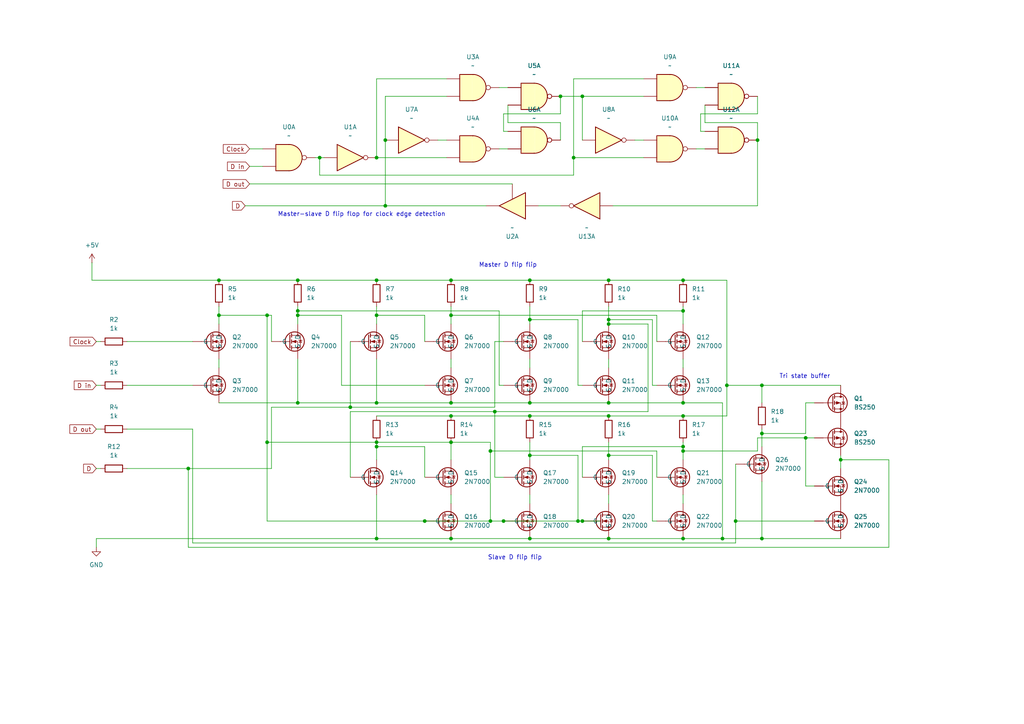
<source format=kicad_sch>
(kicad_sch (version 20250114) (generator "eeschema") (generator_version "9.0")
  (paper "A4")
  (lib_symbols
    (symbol "74HC00_1" (pin_numbers (hide yes)) (pin_names (offset 1.016) (hide yes))
      (property "Reference" "U" (at 0 1.27 0))
      (property "Value" "74HC00" (at 0 -1.27 0))
      (symbol "74HC00_1_1_1"
        (arc (start 0 3.81) (mid 3.7934 0) (end 0 -3.81) (stroke (width 0.254)) (fill (type background)))
        (polyline (pts (xy 0 3.81) (xy -3.81 3.81) (xy -3.81 -3.81) (xy 0 -3.81)) (stroke (width 0.254)) (fill (type background)))
        (pin input line (at -7.62 2.54 0) (length 3.81) (name "~") (number "1"))
        (pin input line (at -7.62 -2.54 0) (length 3.81) (name "~") (number "2"))
        (pin output inverted (at 7.62 0 180) (length 3.81) (name "~") (number "3"))
      )
      (symbol "74HC00_1_1_2"
        (arc (start -3.81 3.81) (mid -2.589 0) (end -3.81 -3.81) (stroke (width 0.254)))
        (polyline (pts (xy -3.81 3.81) (xy -0.635 3.81)) (stroke (width 0.254)) (fill (type background)))
        (polyline (pts (xy -3.81 -3.81) (xy -0.635 -3.81)) (stroke (width 0.254)) (fill (type background)))
        (arc (start 3.81 0) (mid 2.1855 -2.584) (end -0.6096 -3.81) (stroke (width 0.254)) (fill (type background)))
        (arc (start -0.6096 3.81) (mid 2.1928 2.5924) (end 3.81 0) (stroke (width 0.254)) (fill (type background)))
        (polyline (pts (xy -0.635 3.81) (xy -3.81 3.81) (xy -3.81 3.81) (xy -3.556 3.4036) (xy -3.0226 2.2606) (xy -2.6924 1.0414) (xy -2.6162 -0.254) (xy -2.7686 -1.4986) (xy -3.175 -2.7178) (xy -3.81 -3.81) (xy -3.81 -3.81) (xy -0.635 -3.81)) (stroke (width -25.4)) (fill (type background)))
        (pin input inverted (at -7.62 2.54 0) (length 4.318) (name "~") (number "1"))
        (pin input inverted (at -7.62 -2.54 0) (length 4.318) (name "~") (number "2"))
        (pin output line (at 7.62 0 180) (length 3.81) (name "~") (number "3"))
      )
      (symbol "74HC00_1_2_1"
        (arc (start 0 3.81) (mid 3.7934 0) (end 0 -3.81) (stroke (width 0.254)) (fill (type background)))
        (polyline (pts (xy 0 3.81) (xy -3.81 3.81) (xy -3.81 -3.81) (xy 0 -3.81)) (stroke (width 0.254)) (fill (type background)))
        (pin input line (at -7.62 2.54 0) (length 3.81) (name "~") (number "4"))
        (pin input line (at -7.62 -2.54 0) (length 3.81) (name "~") (number "5"))
        (pin output inverted (at 7.62 0 180) (length 3.81) (name "~") (number "6"))
      )
      (symbol "74HC00_1_2_2"
        (arc (start -3.81 3.81) (mid -2.589 0) (end -3.81 -3.81) (stroke (width 0.254)))
        (polyline (pts (xy -3.81 3.81) (xy -0.635 3.81)) (stroke (width 0.254)) (fill (type background)))
        (polyline (pts (xy -3.81 -3.81) (xy -0.635 -3.81)) (stroke (width 0.254)) (fill (type background)))
        (arc (start 3.81 0) (mid 2.1855 -2.584) (end -0.6096 -3.81) (stroke (width 0.254)) (fill (type background)))
        (arc (start -0.6096 3.81) (mid 2.1928 2.5924) (end 3.81 0) (stroke (width 0.254)) (fill (type background)))
        (polyline (pts (xy -0.635 3.81) (xy -3.81 3.81) (xy -3.81 3.81) (xy -3.556 3.4036) (xy -3.0226 2.2606) (xy -2.6924 1.0414) (xy -2.6162 -0.254) (xy -2.7686 -1.4986) (xy -3.175 -2.7178) (xy -3.81 -3.81) (xy -3.81 -3.81) (xy -0.635 -3.81)) (stroke (width -25.4)) (fill (type background)))
        (pin input inverted (at -7.62 2.54 0) (length 4.318) (name "~") (number "4"))
        (pin input inverted (at -7.62 -2.54 0) (length 4.318) (name "~") (number "5"))
        (pin output line (at 7.62 0 180) (length 3.81) (name "~") (number "6"))
      )
      (symbol "74HC00_1_3_1"
        (arc (start 0 3.81) (mid 3.7934 0) (end 0 -3.81) (stroke (width 0.254)) (fill (type background)))
        (polyline (pts (xy 0 3.81) (xy -3.81 3.81) (xy -3.81 -3.81) (xy 0 -3.81)) (stroke (width 0.254)) (fill (type background)))
        (pin input line (at -7.62 2.54 0) (length 3.81) (name "~") (number "9"))
        (pin input line (at -7.62 -2.54 0) (length 3.81) (name "~") (number "10"))
        (pin output inverted (at 7.62 0 180) (length 3.81) (name "~") (number "8"))
      )
      (symbol "74HC00_1_3_2"
        (arc (start -3.81 3.81) (mid -2.589 0) (end -3.81 -3.81) (stroke (width 0.254)))
        (polyline (pts (xy -3.81 3.81) (xy -0.635 3.81)) (stroke (width 0.254)) (fill (type background)))
        (polyline (pts (xy -3.81 -3.81) (xy -0.635 -3.81)) (stroke (width 0.254)) (fill (type background)))
        (arc (start 3.81 0) (mid 2.1855 -2.584) (end -0.6096 -3.81) (stroke (width 0.254)) (fill (type background)))
        (arc (start -0.6096 3.81) (mid 2.1928 2.5924) (end 3.81 0) (stroke (width 0.254)) (fill (type background)))
        (polyline (pts (xy -0.635 3.81) (xy -3.81 3.81) (xy -3.81 3.81) (xy -3.556 3.4036) (xy -3.0226 2.2606) (xy -2.6924 1.0414) (xy -2.6162 -0.254) (xy -2.7686 -1.4986) (xy -3.175 -2.7178) (xy -3.81 -3.81) (xy -3.81 -3.81) (xy -0.635 -3.81)) (stroke (width -25.4)) (fill (type background)))
        (pin input inverted (at -7.62 2.54 0) (length 4.318) (name "~") (number "9"))
        (pin input inverted (at -7.62 -2.54 0) (length 4.318) (name "~") (number "10"))
        (pin output line (at 7.62 0 180) (length 3.81) (name "~") (number "8"))
      )
      (symbol "74HC00_1_4_1"
        (arc (start 0 3.81) (mid 3.7934 0) (end 0 -3.81) (stroke (width 0.254)) (fill (type background)))
        (polyline (pts (xy 0 3.81) (xy -3.81 3.81) (xy -3.81 -3.81) (xy 0 -3.81)) (stroke (width 0.254)) (fill (type background)))
        (pin input line (at -7.62 2.54 0) (length 3.81) (name "~") (number "12"))
        (pin input line (at -7.62 -2.54 0) (length 3.81) (name "~") (number "13"))
        (pin output inverted (at 7.62 0 180) (length 3.81) (name "~") (number "11"))
      )
      (symbol "74HC00_1_4_2"
        (arc (start -3.81 3.81) (mid -2.589 0) (end -3.81 -3.81) (stroke (width 0.254)))
        (polyline (pts (xy -3.81 3.81) (xy -0.635 3.81)) (stroke (width 0.254)) (fill (type background)))
        (polyline (pts (xy -3.81 -3.81) (xy -0.635 -3.81)) (stroke (width 0.254)) (fill (type background)))
        (arc (start 3.81 0) (mid 2.1855 -2.584) (end -0.6096 -3.81) (stroke (width 0.254)) (fill (type background)))
        (arc (start -0.6096 3.81) (mid 2.1928 2.5924) (end 3.81 0) (stroke (width 0.254)) (fill (type background)))
        (polyline (pts (xy -0.635 3.81) (xy -3.81 3.81) (xy -3.81 3.81) (xy -3.556 3.4036) (xy -3.0226 2.2606) (xy -2.6924 1.0414) (xy -2.6162 -0.254) (xy -2.7686 -1.4986) (xy -3.175 -2.7178) (xy -3.81 -3.81) (xy -3.81 -3.81) (xy -0.635 -3.81)) (stroke (width -25.4)) (fill (type background)))
        (pin input inverted (at -7.62 2.54 0) (length 4.318) (name "~") (number "12"))
        (pin input inverted (at -7.62 -2.54 0) (length 4.318) (name "~") (number "13"))
        (pin output line (at 7.62 0 180) (length 3.81) (name "~") (number "11"))
      )
      (symbol "74HC00_1_5_0"
        (pin power_in line (at 0 12.7 270) (length 5.08) (name "VCC") (number "14"))
        (pin power_in line (at 0 -12.7 90) (length 5.08) (name "GND") (number "7"))
      )
      (symbol "74HC00_1_5_1"
        (rectangle (start -5.08 7.62) (end 5.08 -7.62) (stroke (width 0.254)) (fill (type background)))
      )
    )
    (symbol "74xx:74AHC04" (pin_numbers (hide yes))
      (property "Reference" "U" (at 0 1.27 0))
      (property "Value" "74AHC04" (at 0 -1.27 0))
      (symbol "74AHC04_1_0"
        (polyline (pts (xy -3.81 3.81) (xy -3.81 -3.81) (xy 3.81 0) (xy -3.81 3.81)) (stroke (width 0.254)) (fill (type background)))
        (pin input line (at -7.62 0 0) (length 3.81) (name "~") (number "1"))
        (pin output inverted (at 7.62 0 180) (length 3.81) (name "~") (number "2"))
      )
      (symbol "74AHC04_2_0"
        (polyline (pts (xy -3.81 3.81) (xy -3.81 -3.81) (xy 3.81 0) (xy -3.81 3.81)) (stroke (width 0.254)) (fill (type background)))
        (pin input line (at -7.62 0 0) (length 3.81) (name "~") (number "3"))
        (pin output inverted (at 7.62 0 180) (length 3.81) (name "~") (number "4"))
      )
      (symbol "74AHC04_3_0"
        (polyline (pts (xy -3.81 3.81) (xy -3.81 -3.81) (xy 3.81 0) (xy -3.81 3.81)) (stroke (width 0.254)) (fill (type background)))
        (pin input line (at -7.62 0 0) (length 3.81) (name "~") (number "5"))
        (pin output inverted (at 7.62 0 180) (length 3.81) (name "~") (number "6"))
      )
      (symbol "74AHC04_4_0"
        (polyline (pts (xy -3.81 3.81) (xy -3.81 -3.81) (xy 3.81 0) (xy -3.81 3.81)) (stroke (width 0.254)) (fill (type background)))
        (pin input line (at -7.62 0 0) (length 3.81) (name "~") (number "9"))
        (pin output inverted (at 7.62 0 180) (length 3.81) (name "~") (number "8"))
      )
      (symbol "74AHC04_5_0"
        (polyline (pts (xy -3.81 3.81) (xy -3.81 -3.81) (xy 3.81 0) (xy -3.81 3.81)) (stroke (width 0.254)) (fill (type background)))
        (pin input line (at -7.62 0 0) (length 3.81) (name "~") (number "11"))
        (pin output inverted (at 7.62 0 180) (length 3.81) (name "~") (number "10"))
      )
      (symbol "74AHC04_6_0"
        (polyline (pts (xy -3.81 3.81) (xy -3.81 -3.81) (xy 3.81 0) (xy -3.81 3.81)) (stroke (width 0.254)) (fill (type background)))
        (pin input line (at -7.62 0 0) (length 3.81) (name "~") (number "13"))
        (pin output inverted (at 7.62 0 180) (length 3.81) (name "~") (number "12"))
      )
      (symbol "74AHC04_7_0"
        (pin power_in line (at 0 12.7 270) (length 5.08) (name "VCC") (number "14"))
        (pin power_in line (at 0 -12.7 90) (length 5.08) (name "GND") (number "7"))
      )
      (symbol "74AHC04_7_1"
        (rectangle (start -5.08 7.62) (end 5.08 -7.62) (stroke (width 0.254)) (fill (type background)))
      )
    )
    (symbol "74xx:74LS126" (pin_numbers (hide yes)) (pin_names (offset 1.016))
      (property "Reference" "U" (at 0 1.27 0))
      (property "Value" "74LS126" (at 0 -1.27 0))
      (symbol "74LS126_1_0"
        (polyline (pts (xy -3.81 3.81) (xy -3.81 -3.81) (xy 3.81 0) (xy -3.81 3.81)) (stroke (width 0.254)) (fill (type background)))
        (pin input line (at -7.62 0 0) (length 3.81) (name "~") (number "2"))
        (pin input line (at 0 -6.35 90) (length 4.445) (name "~") (number "1"))
        (pin tri_state line (at 7.62 0 180) (length 3.81) (name "~") (number "3"))
      )
      (symbol "74LS126_2_0"
        (polyline (pts (xy -3.81 3.81) (xy -3.81 -3.81) (xy 3.81 0) (xy -3.81 3.81)) (stroke (width 0.254)) (fill (type background)))
        (pin input line (at -7.62 0 0) (length 3.81) (name "~") (number "5"))
        (pin input line (at 0 -6.35 90) (length 4.445) (name "~") (number "4"))
        (pin tri_state line (at 7.62 0 180) (length 3.81) (name "~") (number "6"))
      )
      (symbol "74LS126_3_0"
        (polyline (pts (xy -3.81 3.81) (xy -3.81 -3.81) (xy 3.81 0) (xy -3.81 3.81)) (stroke (width 0.254)) (fill (type background)))
        (pin input line (at -7.62 0 0) (length 3.81) (name "~") (number "9"))
        (pin input line (at 0 -6.35 90) (length 4.445) (name "~") (number "10"))
        (pin tri_state line (at 7.62 0 180) (length 3.81) (name "~") (number "8"))
      )
      (symbol "74LS126_4_0"
        (polyline (pts (xy -3.81 3.81) (xy -3.81 -3.81) (xy 3.81 0) (xy -3.81 3.81)) (stroke (width 0.254)) (fill (type background)))
        (pin input line (at -7.62 0 0) (length 3.81) (name "~") (number "12"))
        (pin input line (at 0 -6.35 90) (length 4.445) (name "~") (number "13"))
        (pin tri_state line (at 7.62 0 180) (length 3.81) (name "~") (number "11"))
      )
      (symbol "74LS126_5_0"
        (pin power_in line (at 0 12.7 270) (length 5.08) (name "VCC") (number "14"))
        (pin power_in line (at 0 -12.7 90) (length 5.08) (name "GND") (number "7"))
      )
      (symbol "74LS126_5_1"
        (rectangle (start -5.08 7.62) (end 5.08 -7.62) (stroke (width 0.254)) (fill (type background)))
      )
    )
    (symbol "Device:R" (pin_numbers (hide yes)) (pin_names (offset 0))
      (property "Reference" "R" (at 2.032 0 90))
      (property "Value" "R" (at 0 0 90))
      (symbol "R_0_1"
        (rectangle (start -1.016 -2.54) (end 1.016 2.54) (stroke (width 0.254)))
      )
      (symbol "R_1_1"
        (pin passive line (at 0 3.81 270) (length 1.27) (name "~") (number "1"))
        (pin passive line (at 0 -3.81 90) (length 1.27) (name "~") (number "2"))
      )
    )
    (symbol "Transistor_FET:2N7000" (pin_numbers (hide yes))
      (property "Reference" "Q" (at 5.08 1.905 0))
      (property "Value" "2N7000" (at 5.08 0 0))
      (symbol "2N7000_0_1"
        (polyline (pts (xy 0.254 1.905) (xy 0.254 -1.905)) (stroke (width 0.254)))
        (polyline (pts (xy 0.254 0) (xy -2.54 0)))
        (polyline (pts (xy 0.762 2.286) (xy 0.762 1.27)) (stroke (width 0.254)))
        (polyline (pts (xy 0.762 0.508) (xy 0.762 -0.508)) (stroke (width 0.254)))
        (polyline (pts (xy 0.762 -1.27) (xy 0.762 -2.286)) (stroke (width 0.254)))
        (polyline (pts (xy 0.762 -1.778) (xy 3.302 -1.778) (xy 3.302 1.778) (xy 0.762 1.778)))
        (polyline (pts (xy 1.016 0) (xy 2.032 0.381) (xy 2.032 -0.381) (xy 1.016 0)) (fill (type outline)))
        (circle (center 1.651 0) (radius 2.794) (stroke (width 0.254)))
        (polyline (pts (xy 2.54 2.54) (xy 2.54 1.778)))
        (circle (center 2.54 1.778) (radius 0.254) (fill (type outline)))
        (circle (center 2.54 -1.778) (radius 0.254) (fill (type outline)))
        (polyline (pts (xy 2.54 -2.54) (xy 2.54 0) (xy 0.762 0)))
        (polyline (pts (xy 2.794 0.508) (xy 2.921 0.381) (xy 3.683 0.381) (xy 3.81 0.254)))
        (polyline (pts (xy 3.302 0.381) (xy 2.921 -0.254) (xy 3.683 -0.254) (xy 3.302 0.381)))
      )
      (symbol "2N7000_1_1"
        (pin input line (at -5.08 0 0) (length 2.54) (name "G") (number "2"))
        (pin passive line (at 2.54 5.08 270) (length 2.54) (name "D") (number "3"))
        (pin passive line (at 2.54 -5.08 90) (length 2.54) (name "S") (number "1"))
      )
    )
    (symbol "Transistor_FET:BS250" (pin_numbers (hide yes)) (pin_names (hide yes))
      (property "Reference" "Q" (at 5.08 1.905 0))
      (property "Value" "BS250" (at 5.08 0 0))
      (symbol "BS250_0_1"
        (polyline (pts (xy 0.254 1.905) (xy 0.254 -1.905)) (stroke (width 0.254)))
        (polyline (pts (xy 0.254 0) (xy -2.54 0)))
        (polyline (pts (xy 0.762 2.286) (xy 0.762 1.27)) (stroke (width 0.254)))
        (polyline (pts (xy 0.762 1.778) (xy 3.302 1.778) (xy 3.302 -1.778) (xy 0.762 -1.778)))
        (polyline (pts (xy 0.762 0.508) (xy 0.762 -0.508)) (stroke (width 0.254)))
        (polyline (pts (xy 0.762 -1.27) (xy 0.762 -2.286)) (stroke (width 0.254)))
        (circle (center 1.651 0) (radius 2.794) (stroke (width 0.254)))
        (polyline (pts (xy 2.286 0) (xy 1.27 0.381) (xy 1.27 -0.381) (xy 2.286 0)) (fill (type outline)))
        (polyline (pts (xy 2.54 2.54) (xy 2.54 1.778)))
        (circle (center 2.54 1.778) (radius 0.254) (fill (type outline)))
        (circle (center 2.54 -1.778) (radius 0.254) (fill (type outline)))
        (polyline (pts (xy 2.54 -2.54) (xy 2.54 0) (xy 0.762 0)))
        (polyline (pts (xy 2.794 -0.508) (xy 2.921 -0.381) (xy 3.683 -0.381) (xy 3.81 -0.254)))
        (polyline (pts (xy 3.302 -0.381) (xy 2.921 0.254) (xy 3.683 0.254) (xy 3.302 -0.381)))
      )
      (symbol "BS250_1_1"
        (pin input line (at -5.08 0 0) (length 2.54) (name "G") (number "2"))
        (pin passive line (at 2.54 5.08 270) (length 2.54) (name "D") (number "1"))
        (pin passive line (at 2.54 -5.08 90) (length 2.54) (name "S") (number "3"))
      )
    )
    (symbol "power:+5V" (power) (pin_numbers (hide yes)) (pin_names (offset 0) (hide yes))
      (property "Value" "+5V" (at 0 3.556 0))
      (symbol "+5V_0_1"
        (polyline (pts (xy -0.762 1.27) (xy 0 2.54)))
        (polyline (pts (xy 0 2.54) (xy 0.762 1.27)))
        (polyline (pts (xy 0 0) (xy 0 2.54)))
      )
      (symbol "+5V_1_1"
        (pin power_in line (at 0 0 90) (length 0) (name "~") (number "1"))
      )
    )
    (symbol "power:GND" (power) (pin_numbers (hide yes)) (pin_names (offset 0) (hide yes))
      (property "Value" "GND" (at 0 -3.81 0))
      (symbol "GND_0_1"
        (polyline (pts (xy 0 0) (xy 0 -1.27) (xy 1.27 -1.27) (xy 0 -2.54) (xy -1.27 -1.27) (xy 0 -1.27)))
      )
      (symbol "GND_1_1"
        (pin power_in line (at 0 0 270) (length 0) (name "~") (number "1"))
      )
    )
  )
  (text "Slave D flip flip" (at 149.352 161.798 0) (effects (font (size 1.27 1.27))))
  (text "Master-slave D flip flop for clock edge detection" (at 104.902 62.23 0) (effects (font (size 1.27 1.27))))
  (text "Tri state buffer" (at 233.426 109.22 0) (effects (font (size 1.27 1.27))))
  (text "Master D flip flip" (at 147.32 76.962 0) (effects (font (size 1.27 1.27))))
  (junction (at 176.53 92.71))
  (junction (at 243.84 133.35))
  (junction (at 111.76 59.69))
  (junction (at 63.5 91.44))
  (junction (at 63.5 81.28))
  (junction (at 54.61 135.89))
  (junction (at 176.53 132.08))
  (junction (at 168.91 27.94))
  (junction (at 176.53 116.84))
  (junction (at 153.67 156.21))
  (junction (at 86.36 90.17))
  (junction (at 130.81 156.21))
  (junction (at 153.67 92.71))
  (junction (at 176.53 156.21))
  (junction (at 109.22 116.84))
  (junction (at 77.47 128.27))
  (junction (at 146.05 151.13))
  (junction (at 92.71 45.72))
  (junction (at 176.53 81.28))
  (junction (at 162.56 27.94))
  (junction (at 109.22 156.21))
  (junction (at 130.81 81.28))
  (junction (at 220.98 111.76))
  (junction (at 167.64 151.13))
  (junction (at 153.67 81.28))
  (junction (at 219.71 40.64))
  (junction (at 210.82 111.76))
  (junction (at 111.76 40.64))
  (junction (at 153.67 120.65))
  (junction (at 109.22 128.27))
  (junction (at 77.47 91.44))
  (junction (at 109.22 129.54))
  (junction (at 153.67 116.84))
  (junction (at 109.22 81.28))
  (junction (at 233.68 127))
  (junction (at 123.19 151.13))
  (junction (at 209.55 156.21))
  (junction (at 198.12 120.65))
  (junction (at 198.12 156.21))
  (junction (at 166.37 45.72))
  (junction (at 198.12 81.28))
  (junction (at 220.98 156.21))
  (junction (at 142.24 130.81))
  (junction (at 86.36 81.28))
  (junction (at 176.53 120.65))
  (junction (at 198.12 130.81))
  (junction (at 198.12 116.84))
  (junction (at 130.81 128.27))
  (junction (at 213.36 151.13))
  (junction (at 101.6 118.11))
  (junction (at 220.98 125.73))
  (junction (at 198.12 129.54))
  (junction (at 198.12 90.17))
  (junction (at 130.81 116.84))
  (junction (at 109.22 45.72))
  (junction (at 143.51 119.38))
  (junction (at 130.81 120.65))
  (junction (at 86.36 91.44))
  (junction (at 86.36 116.84))
  (junction (at 109.22 91.44))
  (junction (at 176.53 93.98))
  (junction (at 168.91 151.13))
  (junction (at 153.67 132.08))
  (junction (at 130.81 91.44))
  (junction (at 142.24 151.13))
  (wire (pts (xy 176.53 156.21) (xy 153.67 156.21)))
  (wire (pts (xy 190.5 91.44) (xy 130.81 91.44)))
  (wire (pts (xy 99.06 91.44) (xy 86.36 91.44)))
  (wire (pts (xy 198.12 104.14) (xy 198.12 106.68)))
  (wire (pts (xy 167.64 151.13) (xy 146.05 151.13)))
  (wire (pts (xy 109.22 22.86) (xy 129.54 22.86)))
  (wire (pts (xy 26.67 76.2) (xy 26.67 81.28)))
  (wire (pts (xy 146.05 38.1) (xy 147.32 38.1)))
  (wire (pts (xy 233.68 127) (xy 233.68 140.97)))
  (wire (pts (xy 236.22 116.84) (xy 233.68 116.84)))
  (wire (pts (xy 168.91 151.13) (xy 167.64 151.13)))
  (wire (pts (xy 177.8 59.69) (xy 219.71 59.69)))
  (wire (pts (xy 219.71 59.69) (xy 219.71 40.64)))
  (wire (pts (xy 184.15 40.64) (xy 186.69 40.64)))
  (wire (pts (xy 86.36 81.28) (xy 63.5 81.28)))
  (wire (pts (xy 109.22 45.72) (xy 129.54 45.72)))
  (wire (pts (xy 162.56 35.56) (xy 147.32 35.56)))
  (wire (pts (xy 130.81 91.44) (xy 130.81 93.98)))
  (wire (pts (xy 123.19 111.76) (xy 99.06 111.76)))
  (wire (pts (xy 111.76 40.64) (xy 111.76 27.94)))
  (wire (pts (xy 198.12 130.81) (xy 198.12 133.35)))
  (wire (pts (xy 213.36 151.13) (xy 213.36 134.62)))
  (wire (pts (xy 130.81 120.65) (xy 153.67 120.65)))
  (wire (pts (xy 190.5 151.13) (xy 189.23 151.13)))
  (wire (pts (xy 153.67 104.14) (xy 153.67 106.68)))
  (wire (pts (xy 27.94 156.21) (xy 109.22 156.21)))
  (wire (pts (xy 236.22 140.97) (xy 233.68 140.97)))
  (wire (pts (xy 189.23 132.08) (xy 176.53 132.08)))
  (wire (pts (xy 144.78 90.17) (xy 86.36 90.17)))
  (wire (pts (xy 168.91 90.17) (xy 198.12 90.17)))
  (wire (pts (xy 189.23 151.13) (xy 189.23 132.08)))
  (wire (pts (xy 219.71 35.56) (xy 204.47 35.56)))
  (wire (pts (xy 162.56 33.02) (xy 146.05 33.02)))
  (wire (pts (xy 109.22 129.54) (xy 109.22 133.35)))
  (wire (pts (xy 189.23 111.76) (xy 189.23 92.71)))
  (wire (pts (xy 190.5 138.43) (xy 190.5 130.81)))
  (wire (pts (xy 71.12 59.69) (xy 111.76 59.69)))
  (wire (pts (xy 142.24 130.81) (xy 190.5 130.81)))
  (wire (pts (xy 109.22 91.44) (xy 109.22 93.98)))
  (wire (pts (xy 111.76 27.94) (xy 129.54 27.94)))
  (wire (pts (xy 166.37 22.86) (xy 186.69 22.86)))
  (wire (pts (xy 168.91 40.64) (xy 168.91 27.94)))
  (wire (pts (xy 109.22 104.14) (xy 109.22 116.84)))
  (wire (pts (xy 86.36 88.9) (xy 86.36 90.17)))
  (wire (pts (xy 144.78 25.4) (xy 147.32 25.4)))
  (wire (pts (xy 257.81 133.35) (xy 257.81 158.75)))
  (wire (pts (xy 162.56 27.94) (xy 162.56 33.02)))
  (wire (pts (xy 86.36 104.14) (xy 86.36 116.84)))
  (wire (pts (xy 109.22 116.84) (xy 130.81 116.84)))
  (wire (pts (xy 27.94 124.46) (xy 29.21 124.46)))
  (wire (pts (xy 63.5 81.28) (xy 26.67 81.28)))
  (wire (pts (xy 55.88 157.48) (xy 213.36 157.48)))
  (wire (pts (xy 63.5 104.14) (xy 63.5 106.68)))
  (wire (pts (xy 190.5 99.06) (xy 190.5 91.44)))
  (wire (pts (xy 143.51 119.38) (xy 187.96 119.38)))
  (wire (pts (xy 130.81 104.14) (xy 130.81 106.68)))
  (wire (pts (xy 86.36 90.17) (xy 86.36 91.44)))
  (wire (pts (xy 176.53 88.9) (xy 176.53 92.71)))
  (wire (pts (xy 167.64 151.13) (xy 167.64 132.08)))
  (wire (pts (xy 78.74 91.44) (xy 78.74 99.06)))
  (wire (pts (xy 219.71 127) (xy 233.68 127)))
  (wire (pts (xy 109.22 88.9) (xy 109.22 91.44)))
  (wire (pts (xy 63.5 91.44) (xy 63.5 93.98)))
  (wire (pts (xy 27.94 111.76) (xy 29.21 111.76)))
  (wire (pts (xy 176.53 93.98) (xy 187.96 93.98)))
  (wire (pts (xy 77.47 128.27) (xy 77.47 91.44)))
  (wire (pts (xy 144.78 43.18) (xy 147.32 43.18)))
  (wire (pts (xy 140.97 59.69) (xy 111.76 59.69)))
  (wire (pts (xy 243.84 156.21) (xy 220.98 156.21)))
  (wire (pts (xy 36.83 111.76) (xy 55.88 111.76)))
  (wire (pts (xy 153.67 116.84) (xy 176.53 116.84)))
  (wire (pts (xy 168.91 129.54) (xy 198.12 129.54)))
  (wire (pts (xy 209.55 116.84) (xy 198.12 116.84)))
  (wire (pts (xy 147.32 35.56) (xy 147.32 30.48)))
  (wire (pts (xy 198.12 156.21) (xy 209.55 156.21)))
  (wire (pts (xy 123.19 91.44) (xy 109.22 91.44)))
  (wire (pts (xy 54.61 135.89) (xy 78.74 135.89)))
  (wire (pts (xy 55.88 124.46) (xy 55.88 157.48)))
  (wire (pts (xy 168.91 138.43) (xy 168.91 129.54)))
  (wire (pts (xy 167.64 111.76) (xy 167.64 92.71)))
  (wire (pts (xy 233.68 127) (xy 236.22 127)))
  (wire (pts (xy 123.19 99.06) (xy 123.19 91.44)))
  (wire (pts (xy 144.78 111.76) (xy 144.78 90.17)))
  (wire (pts (xy 109.22 143.51) (xy 109.22 156.21)))
  (wire (pts (xy 92.71 45.72) (xy 93.98 45.72)))
  (wire (pts (xy 243.84 111.76) (xy 220.98 111.76)))
  (wire (pts (xy 146.05 99.06) (xy 143.51 99.06)))
  (wire (pts (xy 77.47 151.13) (xy 123.19 151.13)))
  (wire (pts (xy 109.22 120.65) (xy 130.81 120.65)))
  (wire (pts (xy 176.53 156.21) (xy 198.12 156.21)))
  (wire (pts (xy 219.71 40.64) (xy 219.71 35.56)))
  (wire (pts (xy 72.39 48.26) (xy 76.2 48.26)))
  (wire (pts (xy 63.5 88.9) (xy 63.5 91.44)))
  (wire (pts (xy 77.47 91.44) (xy 78.74 91.44)))
  (wire (pts (xy 101.6 119.38) (xy 143.51 119.38)))
  (wire (pts (xy 153.67 81.28) (xy 130.81 81.28)))
  (wire (pts (xy 198.12 81.28) (xy 210.82 81.28)))
  (wire (pts (xy 91.44 45.72) (xy 92.71 45.72)))
  (wire (pts (xy 92.71 45.72) (xy 92.71 50.8)))
  (wire (pts (xy 243.84 135.89) (xy 243.84 133.35)))
  (wire (pts (xy 156.21 59.69) (xy 162.56 59.69)))
  (wire (pts (xy 123.19 129.54) (xy 109.22 129.54)))
  (wire (pts (xy 143.51 119.38) (xy 143.51 138.43)))
  (wire (pts (xy 109.22 128.27) (xy 77.47 128.27)))
  (wire (pts (xy 78.74 135.89) (xy 78.74 118.11)))
  (wire (pts (xy 130.81 88.9) (xy 130.81 91.44)))
  (wire (pts (xy 220.98 156.21) (xy 209.55 156.21)))
  (wire (pts (xy 127 40.64) (xy 129.54 40.64)))
  (wire (pts (xy 109.22 81.28) (xy 86.36 81.28)))
  (wire (pts (xy 176.53 81.28) (xy 153.67 81.28)))
  (wire (pts (xy 167.64 92.71) (xy 153.67 92.71)))
  (wire (pts (xy 130.81 128.27) (xy 130.81 133.35)))
  (wire (pts (xy 78.74 118.11) (xy 101.6 118.11)))
  (wire (pts (xy 233.68 125.73) (xy 220.98 125.73)))
  (wire (pts (xy 146.05 33.02) (xy 146.05 38.1)))
  (wire (pts (xy 220.98 124.46) (xy 220.98 125.73)))
  (wire (pts (xy 209.55 116.84) (xy 209.55 156.21)))
  (wire (pts (xy 162.56 27.94) (xy 168.91 27.94)))
  (wire (pts (xy 142.24 151.13) (xy 123.19 151.13)))
  (wire (pts (xy 201.93 25.4) (xy 204.47 25.4)))
  (wire (pts (xy 72.39 43.18) (xy 76.2 43.18)))
  (wire (pts (xy 167.64 132.08) (xy 153.67 132.08)))
  (wire (pts (xy 204.47 35.56) (xy 204.47 30.48)))
  (wire (pts (xy 220.98 139.7) (xy 220.98 156.21)))
  (wire (pts (xy 233.68 116.84) (xy 233.68 125.73)))
  (wire (pts (xy 219.71 130.81) (xy 219.71 127)))
  (wire (pts (xy 123.19 138.43) (xy 123.19 129.54)))
  (wire (pts (xy 168.91 27.94) (xy 186.69 27.94)))
  (wire (pts (xy 63.5 91.44) (xy 77.47 91.44)))
  (wire (pts (xy 143.51 138.43) (xy 146.05 138.43)))
  (wire (pts (xy 92.71 50.8) (xy 166.37 50.8)))
  (wire (pts (xy 153.67 128.27) (xy 153.67 132.08)))
  (wire (pts (xy 168.91 99.06) (xy 168.91 90.17)))
  (wire (pts (xy 153.67 143.51) (xy 153.67 146.05)))
  (wire (pts (xy 111.76 59.69) (xy 111.76 40.64)))
  (wire (pts (xy 142.24 128.27) (xy 130.81 128.27)))
  (wire (pts (xy 257.81 158.75) (xy 54.61 158.75)))
  (wire (pts (xy 109.22 22.86) (xy 109.22 45.72)))
  (wire (pts (xy 153.67 120.65) (xy 176.53 120.65)))
  (wire (pts (xy 146.05 151.13) (xy 142.24 151.13)))
  (wire (pts (xy 86.36 91.44) (xy 86.36 93.98)))
  (wire (pts (xy 189.23 92.71) (xy 176.53 92.71)))
  (wire (pts (xy 236.22 151.13) (xy 213.36 151.13)))
  (wire (pts (xy 166.37 45.72) (xy 186.69 45.72)))
  (wire (pts (xy 187.96 119.38) (xy 187.96 93.98)))
  (wire (pts (xy 176.53 120.65) (xy 198.12 120.65)))
  (wire (pts (xy 220.98 111.76) (xy 220.98 116.84)))
  (wire (pts (xy 101.6 119.38) (xy 101.6 138.43)))
  (wire (pts (xy 99.06 111.76) (xy 99.06 91.44)))
  (wire (pts (xy 130.81 143.51) (xy 130.81 146.05)))
  (wire (pts (xy 77.47 128.27) (xy 77.47 151.13)))
  (wire (pts (xy 198.12 129.54) (xy 198.12 130.81)))
  (wire (pts (xy 176.53 104.14) (xy 176.53 106.68)))
  (wire (pts (xy 142.24 130.81) (xy 142.24 128.27)))
  (wire (pts (xy 166.37 22.86) (xy 166.37 45.72)))
  (wire (pts (xy 101.6 118.11) (xy 143.51 118.11)))
  (wire (pts (xy 153.67 132.08) (xy 153.67 133.35)))
  (wire (pts (xy 176.53 132.08) (xy 176.53 133.35)))
  (wire (pts (xy 162.56 40.64) (xy 162.56 35.56)))
  (wire (pts (xy 203.2 38.1) (xy 204.47 38.1)))
  (wire (pts (xy 54.61 158.75) (xy 54.61 135.89)))
  (wire (pts (xy 243.84 132.08) (xy 243.84 133.35)))
  (wire (pts (xy 109.22 156.21) (xy 130.81 156.21)))
  (wire (pts (xy 109.22 128.27) (xy 109.22 129.54)))
  (wire (pts (xy 201.93 43.18) (xy 204.47 43.18)))
  (wire (pts (xy 219.71 33.02) (xy 203.2 33.02)))
  (wire (pts (xy 153.67 88.9) (xy 153.67 92.71)))
  (wire (pts (xy 130.81 128.27) (xy 109.22 128.27)))
  (wire (pts (xy 63.5 116.84) (xy 86.36 116.84)))
  (wire (pts (xy 86.36 116.84) (xy 109.22 116.84)))
  (wire (pts (xy 176.53 92.71) (xy 176.53 93.98)))
  (wire (pts (xy 198.12 88.9) (xy 198.12 90.17)))
  (wire (pts (xy 243.84 133.35) (xy 257.81 133.35)))
  (wire (pts (xy 101.6 118.11) (xy 101.6 99.06)))
  (wire (pts (xy 27.94 99.06) (xy 29.21 99.06)))
  (wire (pts (xy 203.2 33.02) (xy 203.2 38.1)))
  (wire (pts (xy 130.81 81.28) (xy 109.22 81.28)))
  (wire (pts (xy 36.83 99.06) (xy 55.88 99.06)))
  (wire (pts (xy 210.82 111.76) (xy 220.98 111.76)))
  (wire (pts (xy 190.5 111.76) (xy 189.23 111.76)))
  (wire (pts (xy 153.67 92.71) (xy 153.67 93.98)))
  (wire (pts (xy 27.94 158.75) (xy 27.94 156.21)))
  (wire (pts (xy 176.53 116.84) (xy 198.12 116.84)))
  (wire (pts (xy 176.53 143.51) (xy 176.53 146.05)))
  (wire (pts (xy 168.91 111.76) (xy 167.64 111.76)))
  (wire (pts (xy 210.82 111.76) (xy 210.82 81.28)))
  (wire (pts (xy 72.39 53.34) (xy 148.59 53.34)))
  (wire (pts (xy 130.81 116.84) (xy 153.67 116.84)))
  (wire (pts (xy 142.24 151.13) (xy 142.24 130.81)))
  (wire (pts (xy 36.83 135.89) (xy 54.61 135.89)))
  (wire (pts (xy 198.12 120.65) (xy 210.82 120.65)))
  (wire (pts (xy 198.12 90.17) (xy 198.12 93.98)))
  (wire (pts (xy 36.83 124.46) (xy 55.88 124.46)))
  (wire (pts (xy 153.67 156.21) (xy 130.81 156.21)))
  (wire (pts (xy 210.82 111.76) (xy 210.82 120.65)))
  (wire (pts (xy 173.99 151.13) (xy 168.91 151.13)))
  (wire (pts (xy 198.12 143.51) (xy 198.12 146.05)))
  (wire (pts (xy 176.53 81.28) (xy 198.12 81.28)))
  (wire (pts (xy 146.05 111.76) (xy 144.78 111.76)))
  (wire (pts (xy 220.98 125.73) (xy 220.98 129.54)))
  (wire (pts (xy 27.94 135.89) (xy 29.21 135.89)))
  (wire (pts (xy 198.12 130.81) (xy 219.71 130.81)))
  (wire (pts (xy 219.71 27.94) (xy 219.71 33.02)))
  (wire (pts (xy 143.51 99.06) (xy 143.51 118.11)))
  (wire (pts (xy 166.37 50.8) (xy 166.37 45.72)))
  (wire (pts (xy 176.53 128.27) (xy 176.53 132.08)))
  (wire (pts (xy 198.12 128.27) (xy 198.12 129.54)))
  (wire (pts (xy 213.36 157.48) (xy 213.36 151.13)))
  (global_label "D in" (shape input) (at 72.39 48.26 180) (property "Intersheetrefs" "${INTERSHEET_REFS}" (effects (hide yes))))
  (global_label "D out" (shape input) (at 27.94 124.46 180) (property "Intersheetrefs" "${INTERSHEET_REFS}" (effects (hide yes))))
  (global_label "D" (shape input) (at 71.12 59.69 180) (property "Intersheetrefs" "${INTERSHEET_REFS}" (effects (hide yes))))
  (global_label "D out" (shape input) (at 72.39 53.34 180) (property "Intersheetrefs" "${INTERSHEET_REFS}" (effects (hide yes))))
  (global_label "D" (shape input) (at 27.94 135.89 180) (property "Intersheetrefs" "${INTERSHEET_REFS}" (effects (hide yes))))
  (global_label "Clock" (shape input) (at 72.39 43.18 180) (property "Intersheetrefs" "${INTERSHEET_REFS}" (effects (hide yes))))
  (global_label "D in" (shape input) (at 27.94 111.76 180) (property "Intersheetrefs" "${INTERSHEET_REFS}" (effects (hide yes))))
  (global_label "Clock" (shape input) (at 27.94 99.06 180) (property "Intersheetrefs" "${INTERSHEET_REFS}" (effects (hide yes))))
  (symbol (lib_id "Device:R") (at 33.02 135.89 90) (unit 1)
    (property "Reference" "R12" (at 33.02 129.54 90))
    (property "Value" "1k" (at 33.02 132.08 90))
    (property "Description" "Resistor" (effects (hide yes)))
  )
  (symbol (lib_id "Device:R") (at 153.67 124.46 0) (unit 1)
    (property "Reference" "R15" (at 156.21 123.1899 0) (effects (justify left)))
    (property "Value" "1k" (at 156.21 125.7299 0) (effects (justify left)))
    (property "Description" "Resistor" (effects (hide yes)))
  )
  (symbol (lib_id "Transistor_FET:2N7000") (at 173.99 99.06 0) (unit 1)
    (property "Reference" "Q10" (at 180.34 97.7899 0) (effects (justify left)))
    (property "Value" "2N7000" (at 180.34 100.3299 0) (effects (justify left)))
    (property "Footprint" "Package_TO_SOT_THT:TO-92_Inline" (effects (hide yes)))
    (property "Datasheet" "https://www.vishay.com/docs/70226/70226.pdf" (effects (hide yes)))
    (property "Description" "0.2A Id, 200V Vds, N-Channel MOSFET, 2.6V Logic Level, TO-92" (effects (hide yes)))
  )
  (symbol (lib_id "Transistor_FET:2N7000") (at 195.58 151.13 0) (unit 1)
    (property "Reference" "Q22" (at 201.93 149.8599 0) (effects (justify left)))
    (property "Value" "2N7000" (at 201.93 152.3999 0) (effects (justify left)))
    (property "Footprint" "Package_TO_SOT_THT:TO-92_Inline" (effects (hide yes)))
    (property "Datasheet" "https://www.vishay.com/docs/70226/70226.pdf" (effects (hide yes)))
    (property "Description" "0.2A Id, 200V Vds, N-Channel MOSFET, 2.6V Logic Level, TO-92" (effects (hide yes)))
  )
  (symbol (lib_id "Transistor_FET:2N7000") (at 106.68 99.06 0) (unit 1)
    (property "Reference" "Q5" (at 113.03 97.7899 0) (effects (justify left)))
    (property "Value" "2N7000" (at 113.03 100.3299 0) (effects (justify left)))
    (property "Footprint" "Package_TO_SOT_THT:TO-92_Inline" (effects (hide yes)))
    (property "Datasheet" "https://www.vishay.com/docs/70226/70226.pdf" (effects (hide yes)))
    (property "Description" "0.2A Id, 200V Vds, N-Channel MOSFET, 2.6V Logic Level, TO-92" (effects (hide yes)))
  )
  (symbol (lib_name "74HC00_1") (lib_id "74xx:74HC00") (at 137.16 43.18 0) (unit 1)
    (property "Reference" "U4" (at 137.1517 34.29 0))
    (property "Value" "~" (at 137.1517 36.83 0))
    (property "Datasheet" "http://www.ti.com/lit/gpn/sn74hc00" (effects (hide yes)))
    (property "Description" "quad 2-input NAND gate" (effects (hide yes)))
  )
  (symbol (lib_id "Device:R") (at 109.22 85.09 0) (unit 1)
    (property "Reference" "R7" (at 111.76 83.8199 0) (effects (justify left)))
    (property "Value" "1k" (at 111.76 86.3599 0) (effects (justify left)))
    (property "Description" "Resistor" (effects (hide yes)))
  )
  (symbol (lib_id "Transistor_FET:2N7000") (at 151.13 111.76 0) (unit 1)
    (property "Reference" "Q9" (at 157.48 110.4899 0) (effects (justify left)))
    (property "Value" "2N7000" (at 157.48 113.0299 0) (effects (justify left)))
    (property "Footprint" "Package_TO_SOT_THT:TO-92_Inline" (effects (hide yes)))
    (property "Datasheet" "https://www.vishay.com/docs/70226/70226.pdf" (effects (hide yes)))
    (property "Description" "0.2A Id, 200V Vds, N-Channel MOSFET, 2.6V Logic Level, TO-92" (effects (hide yes)))
  )
  (symbol (lib_id "Transistor_FET:2N7000") (at 106.68 138.43 0) (unit 1)
    (property "Reference" "Q14" (at 113.03 137.1599 0) (effects (justify left)))
    (property "Value" "2N7000" (at 113.03 139.6999 0) (effects (justify left)))
    (property "Footprint" "Package_TO_SOT_THT:TO-92_Inline" (effects (hide yes)))
    (property "Datasheet" "https://www.vishay.com/docs/70226/70226.pdf" (effects (hide yes)))
    (property "Description" "0.2A Id, 200V Vds, N-Channel MOSFET, 2.6V Logic Level, TO-92" (effects (hide yes)))
  )
  (symbol (lib_id "Transistor_FET:2N7000") (at 173.99 151.13 0) (unit 1)
    (property "Reference" "Q20" (at 180.34 149.8599 0) (effects (justify left)))
    (property "Value" "2N7000" (at 180.34 152.3999 0) (effects (justify left)))
    (property "Footprint" "Package_TO_SOT_THT:TO-92_Inline" (effects (hide yes)))
    (property "Datasheet" "https://www.vishay.com/docs/70226/70226.pdf" (effects (hide yes)))
    (property "Description" "0.2A Id, 200V Vds, N-Channel MOSFET, 2.6V Logic Level, TO-92" (effects (hide yes)))
  )
  (symbol (lib_id "Transistor_FET:BS250") (at 241.3 116.84 0) (unit 1)
    (property "Reference" "Q1" (at 247.65 115.5699 0) (effects (justify left)))
    (property "Value" "BS250" (at 247.65 118.1099 0) (effects (justify left)))
    (property "Footprint" "Package_TO_SOT_THT:TO-92_Inline" (effects (hide yes)))
    (property "Datasheet" "http://www.vishay.com/docs/70209/70209.pdf" (effects (hide yes)))
    (property "Description" "-0.18A Id, -45V Vds, P-Channel MOSFET, TO-92" (effects (hide yes)))
  )
  (symbol (lib_id "Transistor_FET:2N7000") (at 60.96 111.76 0) (unit 1)
    (property "Reference" "Q3" (at 67.31 110.4899 0) (effects (justify left)))
    (property "Value" "2N7000" (at 67.31 113.0299 0) (effects (justify left)))
    (property "Footprint" "Package_TO_SOT_THT:TO-92_Inline" (effects (hide yes)))
    (property "Datasheet" "https://www.vishay.com/docs/70226/70226.pdf" (effects (hide yes)))
    (property "Description" "0.2A Id, 200V Vds, N-Channel MOSFET, 2.6V Logic Level, TO-92" (effects (hide yes)))
  )
  (symbol (lib_id "Transistor_FET:2N7000") (at 128.27 138.43 0) (unit 1)
    (property "Reference" "Q15" (at 134.62 137.1599 0) (effects (justify left)))
    (property "Value" "2N7000" (at 134.62 139.6999 0) (effects (justify left)))
    (property "Footprint" "Package_TO_SOT_THT:TO-92_Inline" (effects (hide yes)))
    (property "Datasheet" "https://www.vishay.com/docs/70226/70226.pdf" (effects (hide yes)))
    (property "Description" "0.2A Id, 200V Vds, N-Channel MOSFET, 2.6V Logic Level, TO-92" (effects (hide yes)))
  )
  (symbol (lib_id "Device:R") (at 198.12 124.46 0) (unit 1)
    (property "Reference" "R17" (at 200.66 123.1899 0) (effects (justify left)))
    (property "Value" "1k" (at 200.66 125.7299 0) (effects (justify left)))
    (property "Description" "Resistor" (effects (hide yes)))
  )
  (symbol (lib_id "Transistor_FET:2N7000") (at 151.13 151.13 0) (unit 1)
    (property "Reference" "Q18" (at 157.48 149.8599 0) (effects (justify left)))
    (property "Value" "2N7000" (at 157.48 152.3999 0) (effects (justify left)))
    (property "Footprint" "Package_TO_SOT_THT:TO-92_Inline" (effects (hide yes)))
    (property "Datasheet" "https://www.vishay.com/docs/70226/70226.pdf" (effects (hide yes)))
    (property "Description" "0.2A Id, 200V Vds, N-Channel MOSFET, 2.6V Logic Level, TO-92" (effects (hide yes)))
  )
  (symbol (lib_id "Transistor_FET:2N7000") (at 173.99 138.43 0) (unit 1)
    (property "Reference" "Q19" (at 180.34 137.1599 0) (effects (justify left)))
    (property "Value" "2N7000" (at 180.34 139.6999 0) (effects (justify left)))
    (property "Footprint" "Package_TO_SOT_THT:TO-92_Inline" (effects (hide yes)))
    (property "Datasheet" "https://www.vishay.com/docs/70226/70226.pdf" (effects (hide yes)))
    (property "Description" "0.2A Id, 200V Vds, N-Channel MOSFET, 2.6V Logic Level, TO-92" (effects (hide yes)))
  )
  (symbol (lib_id "Transistor_FET:2N7000") (at 128.27 111.76 0) (unit 1)
    (property "Reference" "Q7" (at 134.62 110.4899 0) (effects (justify left)))
    (property "Value" "2N7000" (at 134.62 113.0299 0) (effects (justify left)))
    (property "Footprint" "Package_TO_SOT_THT:TO-92_Inline" (effects (hide yes)))
    (property "Datasheet" "https://www.vishay.com/docs/70226/70226.pdf" (effects (hide yes)))
    (property "Description" "0.2A Id, 200V Vds, N-Channel MOSFET, 2.6V Logic Level, TO-92" (effects (hide yes)))
  )
  (symbol (lib_name "74HC00_1") (lib_id "74xx:74HC00") (at 83.82 45.72 0) (unit 1)
    (property "Reference" "U0" (at 83.8117 36.83 0))
    (property "Value" "~" (at 83.8117 39.37 0))
    (property "Datasheet" "http://www.ti.com/lit/gpn/sn74hc00" (effects (hide yes)))
    (property "Description" "quad 2-input NAND gate" (effects (hide yes)))
  )
  (symbol (lib_id "Device:R") (at 130.81 124.46 0) (unit 1)
    (property "Reference" "R14" (at 133.35 123.1899 0) (effects (justify left)))
    (property "Value" "1k" (at 133.35 125.7299 0) (effects (justify left)))
    (property "Description" "Resistor" (effects (hide yes)))
  )
  (symbol (lib_id "74xx:74AHC04") (at 176.53 40.64 0) (unit 1)
    (property "Reference" "U8" (at 176.53 31.75 0))
    (property "Value" "~" (at 176.53 34.29 0))
    (property "Datasheet" "https://assets.nexperia.com/documents/data-sheet/74AHC_AHCT04.pdf" (effects (hide yes)))
    (property "Description" "Hex Inverter" (effects (hide yes)))
  )
  (symbol (lib_name "74HC00_1") (lib_id "74xx:74HC00") (at 154.94 40.64 0) (unit 1)
    (property "Reference" "U6" (at 154.9317 31.75 0))
    (property "Value" "~" (at 154.9317 34.29 0))
    (property "Datasheet" "http://www.ti.com/lit/gpn/sn74hc00" (effects (hide yes)))
    (property "Description" "quad 2-input NAND gate" (effects (hide yes)))
  )
  (symbol (lib_id "Device:R") (at 33.02 124.46 90) (unit 1)
    (property "Reference" "R4" (at 33.02 118.11 90))
    (property "Value" "1k" (at 33.02 120.65 90))
    (property "Description" "Resistor" (effects (hide yes)))
  )
  (symbol (lib_id "Transistor_FET:2N7000") (at 151.13 99.06 0) (unit 1)
    (property "Reference" "Q8" (at 157.48 97.7899 0) (effects (justify left)))
    (property "Value" "2N7000" (at 157.48 100.3299 0) (effects (justify left)))
    (property "Footprint" "Package_TO_SOT_THT:TO-92_Inline" (effects (hide yes)))
    (property "Datasheet" "https://www.vishay.com/docs/70226/70226.pdf" (effects (hide yes)))
    (property "Description" "0.2A Id, 200V Vds, N-Channel MOSFET, 2.6V Logic Level, TO-92" (effects (hide yes)))
  )
  (symbol (lib_id "Transistor_FET:2N7000") (at 173.99 111.76 0) (unit 1)
    (property "Reference" "Q11" (at 180.34 110.4899 0) (effects (justify left)))
    (property "Value" "2N7000" (at 180.34 113.0299 0) (effects (justify left)))
    (property "Footprint" "Package_TO_SOT_THT:TO-92_Inline" (effects (hide yes)))
    (property "Datasheet" "https://www.vishay.com/docs/70226/70226.pdf" (effects (hide yes)))
    (property "Description" "0.2A Id, 200V Vds, N-Channel MOSFET, 2.6V Logic Level, TO-92" (effects (hide yes)))
  )
  (symbol (lib_id "Transistor_FET:2N7000") (at 151.13 138.43 0) (unit 1)
    (property "Reference" "Q17" (at 157.48 137.1599 0) (effects (justify left)))
    (property "Value" "2N7000" (at 157.48 139.6999 0) (effects (justify left)))
    (property "Footprint" "Package_TO_SOT_THT:TO-92_Inline" (effects (hide yes)))
    (property "Datasheet" "https://www.vishay.com/docs/70226/70226.pdf" (effects (hide yes)))
    (property "Description" "0.2A Id, 200V Vds, N-Channel MOSFET, 2.6V Logic Level, TO-92" (effects (hide yes)))
  )
  (symbol (lib_id "Device:R") (at 198.12 85.09 0) (unit 1)
    (property "Reference" "R11" (at 200.66 83.8199 0) (effects (justify left)))
    (property "Value" "1k" (at 200.66 86.3599 0) (effects (justify left)))
    (property "Description" "Resistor" (effects (hide yes)))
  )
  (symbol (lib_id "Transistor_FET:2N7000") (at 195.58 111.76 0) (unit 1)
    (property "Reference" "Q13" (at 201.93 110.4899 0) (effects (justify left)))
    (property "Value" "2N7000" (at 201.93 113.0299 0) (effects (justify left)))
    (property "Footprint" "Package_TO_SOT_THT:TO-92_Inline" (effects (hide yes)))
    (property "Datasheet" "https://www.vishay.com/docs/70226/70226.pdf" (effects (hide yes)))
    (property "Description" "0.2A Id, 200V Vds, N-Channel MOSFET, 2.6V Logic Level, TO-92" (effects (hide yes)))
  )
  (symbol (lib_id "Device:R") (at 220.98 120.65 0) (unit 1)
    (property "Reference" "R18" (at 223.52 119.3799 0) (effects (justify left)))
    (property "Value" "1k" (at 223.52 121.9199 0) (effects (justify left)))
    (property "Description" "Resistor" (effects (hide yes)))
  )
  (symbol (lib_name "74HC00_1") (lib_id "74xx:74HC00") (at 154.94 27.94 0) (unit 1)
    (property "Reference" "U5" (at 154.9317 19.05 0))
    (property "Value" "~" (at 154.9317 21.59 0))
    (property "Datasheet" "http://www.ti.com/lit/gpn/sn74hc00" (effects (hide yes)))
    (property "Description" "quad 2-input NAND gate" (effects (hide yes)))
  )
  (symbol (lib_id "74xx:74LS126") (at 148.59 59.69 180) (unit 1)
    (property "Reference" "U2" (at 148.59 68.58 0))
    (property "Value" "~" (at 148.59 66.04 0))
    (property "Datasheet" "http://www.ti.com/lit/gpn/sn74LS126" (effects (hide yes)))
    (property "Description" "Quad buffer 3-State outputs" (effects (hide yes)))
  )
  (symbol (lib_id "Transistor_FET:2N7000") (at 218.44 134.62 0) (unit 1)
    (property "Reference" "Q26" (at 224.79 133.3499 0) (effects (justify left)))
    (property "Value" "2N7000" (at 224.79 135.8899 0) (effects (justify left)))
    (property "Footprint" "Package_TO_SOT_THT:TO-92_Inline" (effects (hide yes)))
    (property "Datasheet" "https://www.vishay.com/docs/70226/70226.pdf" (effects (hide yes)))
    (property "Description" "0.2A Id, 200V Vds, N-Channel MOSFET, 2.6V Logic Level, TO-92" (effects (hide yes)))
  )
  (symbol (lib_id "Transistor_FET:2N7000") (at 60.96 99.06 0) (unit 1)
    (property "Reference" "Q2" (at 67.31 97.7899 0) (effects (justify left)))
    (property "Value" "2N7000" (at 67.31 100.3299 0) (effects (justify left)))
    (property "Footprint" "Package_TO_SOT_THT:TO-92_Inline" (effects (hide yes)))
    (property "Datasheet" "https://www.vishay.com/docs/70226/70226.pdf" (effects (hide yes)))
    (property "Description" "0.2A Id, 200V Vds, N-Channel MOSFET, 2.6V Logic Level, TO-92" (effects (hide yes)))
  )
  (symbol (lib_name "74HC00_1") (lib_id "74xx:74HC00") (at 212.09 27.94 0) (unit 1)
    (property "Reference" "U11" (at 212.0817 19.05 0))
    (property "Value" "~" (at 212.0817 21.59 0))
    (property "Datasheet" "http://www.ti.com/lit/gpn/sn74hc00" (effects (hide yes)))
    (property "Description" "quad 2-input NAND gate" (effects (hide yes)))
  )
  (symbol (lib_id "Device:R") (at 153.67 85.09 0) (unit 1)
    (property "Reference" "R9" (at 156.21 83.8199 0) (effects (justify left)))
    (property "Value" "1k" (at 156.21 86.3599 0) (effects (justify left)))
    (property "Description" "Resistor" (effects (hide yes)))
  )
  (symbol (lib_id "Transistor_FET:2N7000") (at 128.27 151.13 0) (unit 1)
    (property "Reference" "Q16" (at 134.62 149.8599 0) (effects (justify left)))
    (property "Value" "2N7000" (at 134.62 152.3999 0) (effects (justify left)))
    (property "Footprint" "Package_TO_SOT_THT:TO-92_Inline" (effects (hide yes)))
    (property "Datasheet" "https://www.vishay.com/docs/70226/70226.pdf" (effects (hide yes)))
    (property "Description" "0.2A Id, 200V Vds, N-Channel MOSFET, 2.6V Logic Level, TO-92" (effects (hide yes)))
  )
  (symbol (lib_id "Transistor_FET:2N7000") (at 241.3 151.13 0) (unit 1)
    (property "Reference" "Q25" (at 247.65 149.8599 0) (effects (justify left)))
    (property "Value" "2N7000" (at 247.65 152.3999 0) (effects (justify left)))
    (property "Footprint" "Package_TO_SOT_THT:TO-92_Inline" (effects (hide yes)))
    (property "Datasheet" "https://www.vishay.com/docs/70226/70226.pdf" (effects (hide yes)))
    (property "Description" "0.2A Id, 200V Vds, N-Channel MOSFET, 2.6V Logic Level, TO-92" (effects (hide yes)))
  )
  (symbol (lib_id "Device:R") (at 33.02 111.76 90) (unit 1)
    (property "Reference" "R3" (at 33.02 105.41 90))
    (property "Value" "1k" (at 33.02 107.95 90))
    (property "Description" "Resistor" (effects (hide yes)))
  )
  (symbol (lib_id "Device:R") (at 86.36 85.09 0) (unit 1)
    (property "Reference" "R6" (at 88.9 83.8199 0) (effects (justify left)))
    (property "Value" "1k" (at 88.9 86.3599 0) (effects (justify left)))
    (property "Description" "Resistor" (effects (hide yes)))
  )
  (symbol (lib_id "Transistor_FET:2N7000") (at 195.58 99.06 0) (unit 1)
    (property "Reference" "Q12" (at 201.93 97.7899 0) (effects (justify left)))
    (property "Value" "2N7000" (at 201.93 100.3299 0) (effects (justify left)))
    (property "Footprint" "Package_TO_SOT_THT:TO-92_Inline" (effects (hide yes)))
    (property "Datasheet" "https://www.vishay.com/docs/70226/70226.pdf" (effects (hide yes)))
    (property "Description" "0.2A Id, 200V Vds, N-Channel MOSFET, 2.6V Logic Level, TO-92" (effects (hide yes)))
  )
  (symbol (lib_name "74HC00_1") (lib_id "74xx:74HC00") (at 212.09 40.64 0) (unit 1)
    (property "Reference" "U12" (at 212.0817 31.75 0))
    (property "Value" "~" (at 212.0817 34.29 0))
    (property "Datasheet" "http://www.ti.com/lit/gpn/sn74hc00" (effects (hide yes)))
    (property "Description" "quad 2-input NAND gate" (effects (hide yes)))
  )
  (symbol (lib_name "74HC00_1") (lib_id "74xx:74HC00") (at 194.31 43.18 0) (unit 1)
    (property "Reference" "U10" (at 194.3017 34.29 0))
    (property "Value" "~" (at 194.3017 36.83 0))
    (property "Datasheet" "http://www.ti.com/lit/gpn/sn74hc00" (effects (hide yes)))
    (property "Description" "quad 2-input NAND gate" (effects (hide yes)))
  )
  (symbol (lib_id "Transistor_FET:BS250") (at 241.3 127 0) (unit 1)
    (property "Reference" "Q23" (at 247.65 125.7299 0) (effects (justify left)))
    (property "Value" "BS250" (at 247.65 128.2699 0) (effects (justify left)))
    (property "Footprint" "Package_TO_SOT_THT:TO-92_Inline" (effects (hide yes)))
    (property "Datasheet" "http://www.vishay.com/docs/70209/70209.pdf" (effects (hide yes)))
    (property "Description" "-0.18A Id, -45V Vds, P-Channel MOSFET, TO-92" (effects (hide yes)))
  )
  (symbol (lib_name "74HC00_1") (lib_id "74xx:74HC00") (at 194.31 25.4 0) (unit 1)
    (property "Reference" "U9" (at 194.3017 16.51 0))
    (property "Value" "~" (at 194.3017 19.05 0))
    (property "Datasheet" "http://www.ti.com/lit/gpn/sn74hc00" (effects (hide yes)))
    (property "Description" "quad 2-input NAND gate" (effects (hide yes)))
  )
  (symbol (lib_id "Device:R") (at 130.81 85.09 0) (unit 1)
    (property "Reference" "R8" (at 133.35 83.8199 0) (effects (justify left)))
    (property "Value" "1k" (at 133.35 86.3599 0) (effects (justify left)))
    (property "Description" "Resistor" (effects (hide yes)))
  )
  (symbol (lib_id "Device:R") (at 109.22 124.46 0) (unit 1)
    (property "Reference" "R13" (at 111.76 123.1899 0) (effects (justify left)))
    (property "Value" "1k" (at 111.76 125.7299 0) (effects (justify left)))
    (property "Description" "Resistor" (effects (hide yes)))
  )
  (symbol (lib_id "74xx:74AHC04") (at 119.38 40.64 0) (unit 1)
    (property "Reference" "U7" (at 119.38 31.75 0))
    (property "Value" "~" (at 119.38 34.29 0))
    (property "Datasheet" "https://assets.nexperia.com/documents/data-sheet/74AHC_AHCT04.pdf" (effects (hide yes)))
    (property "Description" "Hex Inverter" (effects (hide yes)))
  )
  (symbol (lib_id "74xx:74AHC04") (at 170.18 59.69 180) (unit 1)
    (property "Reference" "U13" (at 170.18 68.58 0))
    (property "Value" "~" (at 170.18 66.04 0))
    (property "Datasheet" "https://assets.nexperia.com/documents/data-sheet/74AHC_AHCT04.pdf" (effects (hide yes)))
    (property "Description" "Hex Inverter" (effects (hide yes)))
  )
  (symbol (lib_id "Transistor_FET:2N7000") (at 241.3 140.97 0) (unit 1)
    (property "Reference" "Q24" (at 247.65 139.6999 0) (effects (justify left)))
    (property "Value" "2N7000" (at 247.65 142.2399 0) (effects (justify left)))
    (property "Footprint" "Package_TO_SOT_THT:TO-92_Inline" (effects (hide yes)))
    (property "Datasheet" "https://www.vishay.com/docs/70226/70226.pdf" (effects (hide yes)))
    (property "Description" "0.2A Id, 200V Vds, N-Channel MOSFET, 2.6V Logic Level, TO-92" (effects (hide yes)))
  )
  (symbol (lib_id "Transistor_FET:2N7000") (at 128.27 99.06 0) (unit 1)
    (property "Reference" "Q6" (at 134.62 97.7899 0) (effects (justify left)))
    (property "Value" "2N7000" (at 134.62 100.3299 0) (effects (justify left)))
    (property "Footprint" "Package_TO_SOT_THT:TO-92_Inline" (effects (hide yes)))
    (property "Datasheet" "https://www.vishay.com/docs/70226/70226.pdf" (effects (hide yes)))
    (property "Description" "0.2A Id, 200V Vds, N-Channel MOSFET, 2.6V Logic Level, TO-92" (effects (hide yes)))
  )
  (symbol (lib_id "power:+5V") (at 26.67 76.2 0) (unit 1)
    (property "Reference" "#PWR01" (effects (hide yes)))
    (property "Value" "+5V" (at 26.67 71.12 0))
    (property "Description" "Power symbol creates a global label with name \"+5V\"" (effects (hide yes)))
  )
  (symbol (lib_id "Device:R") (at 176.53 124.46 0) (unit 1)
    (property "Reference" "R16" (at 179.07 123.1899 0) (effects (justify left)))
    (property "Value" "1k" (at 179.07 125.7299 0) (effects (justify left)))
    (property "Description" "Resistor" (effects (hide yes)))
  )
  (symbol (lib_id "Transistor_FET:2N7000") (at 195.58 138.43 0) (unit 1)
    (property "Reference" "Q21" (at 201.93 137.1599 0) (effects (justify left)))
    (property "Value" "2N7000" (at 201.93 139.6999 0) (effects (justify left)))
    (property "Footprint" "Package_TO_SOT_THT:TO-92_Inline" (effects (hide yes)))
    (property "Datasheet" "https://www.vishay.com/docs/70226/70226.pdf" (effects (hide yes)))
    (property "Description" "0.2A Id, 200V Vds, N-Channel MOSFET, 2.6V Logic Level, TO-92" (effects (hide yes)))
  )
  (symbol (lib_id "Transistor_FET:2N7000") (at 83.82 99.06 0) (unit 1)
    (property "Reference" "Q4" (at 90.17 97.7899 0) (effects (justify left)))
    (property "Value" "2N7000" (at 90.17 100.3299 0) (effects (justify left)))
    (property "Footprint" "Package_TO_SOT_THT:TO-92_Inline" (effects (hide yes)))
    (property "Datasheet" "https://www.vishay.com/docs/70226/70226.pdf" (effects (hide yes)))
    (property "Description" "0.2A Id, 200V Vds, N-Channel MOSFET, 2.6V Logic Level, TO-92" (effects (hide yes)))
  )
  (symbol (lib_name "74HC00_1") (lib_id "74xx:74HC00") (at 137.16 25.4 0) (unit 1)
    (property "Reference" "U3" (at 137.1517 16.51 0))
    (property "Value" "~" (at 137.1517 19.05 0))
    (property "Datasheet" "http://www.ti.com/lit/gpn/sn74hc00" (effects (hide yes)))
    (property "Description" "quad 2-input NAND gate" (effects (hide yes)))
  )
  (symbol (lib_id "Device:R") (at 176.53 85.09 0) (unit 1)
    (property "Reference" "R10" (at 179.07 83.8199 0) (effects (justify left)))
    (property "Value" "1k" (at 179.07 86.3599 0) (effects (justify left)))
    (property "Description" "Resistor" (effects (hide yes)))
  )
  (symbol (lib_id "Device:R") (at 63.5 85.09 0) (unit 1)
    (property "Reference" "R5" (at 66.04 83.8199 0) (effects (justify left)))
    (property "Value" "1k" (at 66.04 86.3599 0) (effects (justify left)))
    (property "Description" "Resistor" (effects (hide yes)))
  )
  (symbol (lib_id "power:GND") (at 27.94 158.75 0) (unit 1)
    (property "Reference" "#PWR02" (effects (hide yes)))
    (property "Value" "GND" (at 27.94 163.83 0))
    (property "Description" "Power symbol creates a global label with name \"GND\" , ground" (effects (hide yes)))
  )
  (symbol (lib_id "74xx:74AHC04") (at 101.6 45.72 0) (unit 1)
    (property "Reference" "U1" (at 101.6 36.83 0))
    (property "Value" "~" (at 101.6 39.37 0))
    (property "Datasheet" "https://assets.nexperia.com/documents/data-sheet/74AHC_AHCT04.pdf" (effects (hide yes)))
    (property "Description" "Hex Inverter" (effects (hide yes)))
  )
  (symbol (lib_id "Device:R") (at 33.02 99.06 90) (unit 1)
    (property "Reference" "R2" (at 33.02 92.71 90))
    (property "Value" "1k" (at 33.02 95.25 90))
    (property "Description" "Resistor" (effects (hide yes)))
  )
)
</source>
